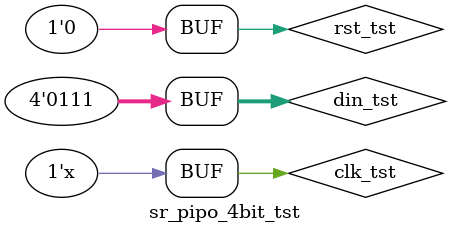
<source format=v>
module sr_pipo_4bit_tst() ;

	wire [3:0] dout_tst ;
	reg [3:0] din_tst ;
	reg clk_tst, rst_tst ;

	sr_pipo_4bit DUT(din_tst, clk_tst, rst_tst, dout_tst) ;

	initial
		begin
			din_tst = 4 'd0 ;		
			clk_tst = 1 'b0 ;
			rst_tst = 1 'b0 ;
			#10 rst_tst = 1 'b1 ;
			#10 rst_tst = 1 'b0 ;
		end

	always #25 clk_tst = ~clk_tst ;

	initial
		begin
			din_tst = 4 'b0101 ;
			#60 din_tst = 4 'b0011 ;	
			rst_tst = 1 'b1 ;
			#30 rst_tst = 1 'b0 ;
			#60 din_tst = 4 'b1101 ;	
			#60 din_tst = 4 'b0111 ;	
		end

endmodule


</source>
